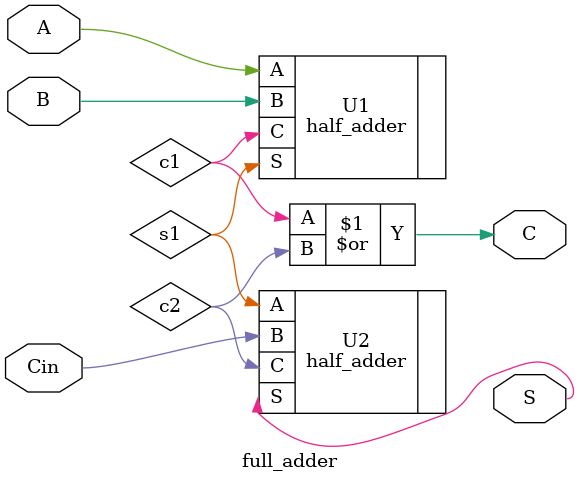
<source format=v>
`include "half_adder.v"
module full_adder (
    input A,B,Cin, output S,C
);
    wire s1,c1,c2;

    half_adder U1(.A(A), .B(B), .S(s1), .C(c1));
    half_adder U2(.A(s1), .B(Cin), .S(S), .C(c2));
    assign C = c1|c2;
endmodule
</source>
